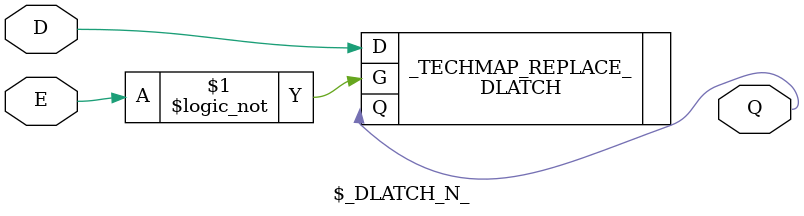
<source format=v>
module $_DLATCH_P_(input E, input D, output Q);
    wire [1023:0] _TECHMAP_DO_ = "simplemap; opt";
	DLATCH _TECHMAP_REPLACE_ (
		.D(D),
		.G(E),
		.Q(Q)
	);
endmodule

module $_DLATCH_N_(input E, input D, output Q);
    wire [1023:0] _TECHMAP_DO_ = "simplemap; opt";
	DLATCH _TECHMAP_REPLACE_ (
		.D(D),
		.G(!E),
		.Q(Q)
	);
endmodule

</source>
